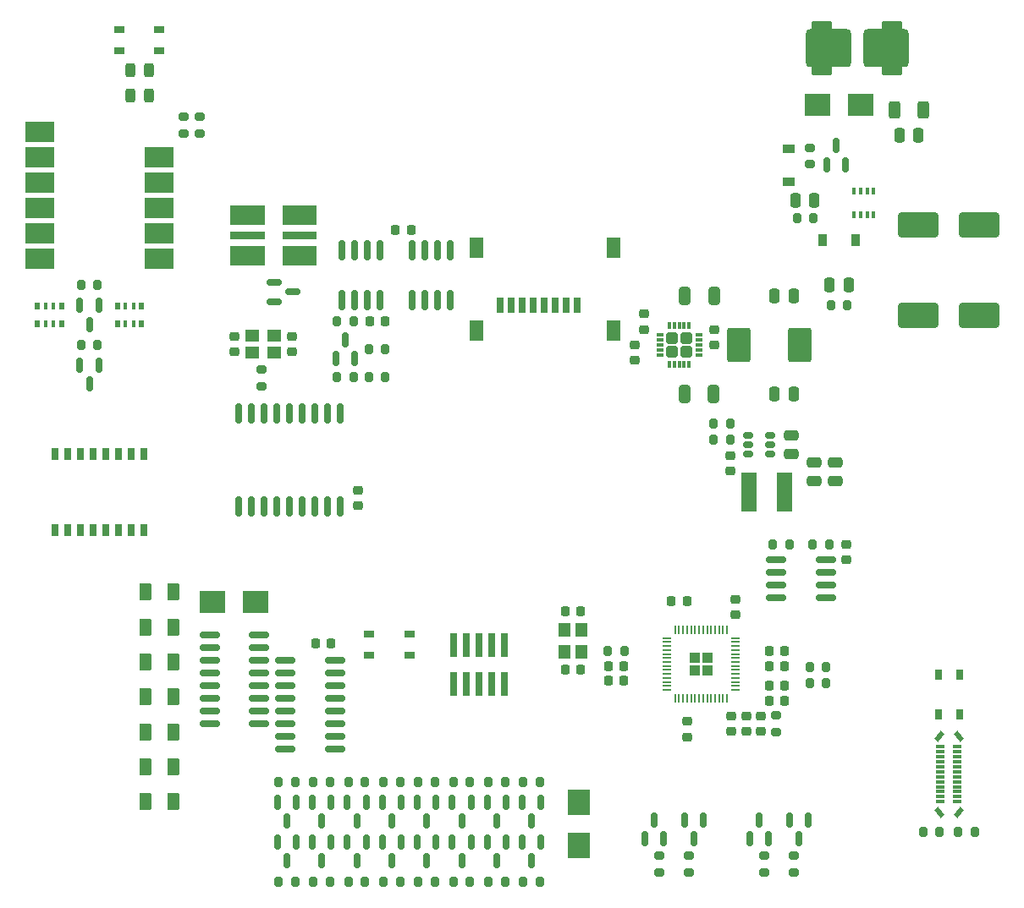
<source format=gbr>
%TF.GenerationSoftware,KiCad,Pcbnew,6.0.4-6f826c9f35~116~ubuntu20.04.1*%
%TF.CreationDate,2022-04-11T11:12:28+02:00*%
%TF.ProjectId,canbrd,63616e62-7264-42e6-9b69-6361645f7063,1.1*%
%TF.SameCoordinates,Original*%
%TF.FileFunction,Paste,Top*%
%TF.FilePolarity,Positive*%
%FSLAX46Y46*%
G04 Gerber Fmt 4.6, Leading zero omitted, Abs format (unit mm)*
G04 Created by KiCad (PCBNEW 6.0.4-6f826c9f35~116~ubuntu20.04.1) date 2022-04-11 11:12:28*
%MOMM*%
%LPD*%
G01*
G04 APERTURE LIST*
G04 Aperture macros list*
%AMRoundRect*
0 Rectangle with rounded corners*
0 $1 Rounding radius*
0 $2 $3 $4 $5 $6 $7 $8 $9 X,Y pos of 4 corners*
0 Add a 4 corners polygon primitive as box body*
4,1,4,$2,$3,$4,$5,$6,$7,$8,$9,$2,$3,0*
0 Add four circle primitives for the rounded corners*
1,1,$1+$1,$2,$3*
1,1,$1+$1,$4,$5*
1,1,$1+$1,$6,$7*
1,1,$1+$1,$8,$9*
0 Add four rect primitives between the rounded corners*
20,1,$1+$1,$2,$3,$4,$5,0*
20,1,$1+$1,$4,$5,$6,$7,0*
20,1,$1+$1,$6,$7,$8,$9,0*
20,1,$1+$1,$8,$9,$2,$3,0*%
%AMRotRect*
0 Rectangle, with rotation*
0 The origin of the aperture is its center*
0 $1 length*
0 $2 width*
0 $3 Rotation angle, in degrees counterclockwise*
0 Add horizontal line*
21,1,$1,$2,0,0,$3*%
G04 Aperture macros list end*
%ADD10C,0.010000*%
%ADD11R,0.800000X1.500000*%
%ADD12R,1.450000X2.000000*%
%ADD13RoundRect,0.200000X-0.275000X0.200000X-0.275000X-0.200000X0.275000X-0.200000X0.275000X0.200000X0*%
%ADD14RoundRect,0.150000X-0.150000X0.587500X-0.150000X-0.587500X0.150000X-0.587500X0.150000X0.587500X0*%
%ADD15RoundRect,0.200000X0.200000X0.275000X-0.200000X0.275000X-0.200000X-0.275000X0.200000X-0.275000X0*%
%ADD16RoundRect,0.250000X0.250000X0.475000X-0.250000X0.475000X-0.250000X-0.475000X0.250000X-0.475000X0*%
%ADD17RoundRect,0.225000X-0.225000X-0.250000X0.225000X-0.250000X0.225000X0.250000X-0.225000X0.250000X0*%
%ADD18RoundRect,0.250000X0.375000X0.625000X-0.375000X0.625000X-0.375000X-0.625000X0.375000X-0.625000X0*%
%ADD19RoundRect,0.225000X0.225000X0.250000X-0.225000X0.250000X-0.225000X-0.250000X0.225000X-0.250000X0*%
%ADD20RoundRect,0.225000X-0.250000X0.225000X-0.250000X-0.225000X0.250000X-0.225000X0.250000X0.225000X0*%
%ADD21RoundRect,0.235000X-0.940000X-1.465000X0.940000X-1.465000X0.940000X1.465000X-0.940000X1.465000X0*%
%ADD22R,1.200000X1.400000*%
%ADD23RoundRect,0.150000X0.150000X-0.587500X0.150000X0.587500X-0.150000X0.587500X-0.150000X-0.587500X0*%
%ADD24RoundRect,0.200000X-0.200000X-0.275000X0.200000X-0.275000X0.200000X0.275000X-0.200000X0.275000X0*%
%ADD25RoundRect,0.150000X0.150000X-0.825000X0.150000X0.825000X-0.150000X0.825000X-0.150000X-0.825000X0*%
%ADD26R,1.000000X0.700000*%
%ADD27RoundRect,0.150000X-0.825000X-0.150000X0.825000X-0.150000X0.825000X0.150000X-0.825000X0.150000X0*%
%ADD28RoundRect,0.250000X-0.325000X-0.650000X0.325000X-0.650000X0.325000X0.650000X-0.325000X0.650000X0*%
%ADD29RoundRect,0.250000X-0.475000X0.250000X-0.475000X-0.250000X0.475000X-0.250000X0.475000X0.250000X0*%
%ADD30RoundRect,0.225000X0.250000X-0.225000X0.250000X0.225000X-0.250000X0.225000X-0.250000X-0.225000X0*%
%ADD31R,0.500000X0.800000*%
%ADD32R,0.400000X0.800000*%
%ADD33RoundRect,0.250000X-1.750000X-1.000000X1.750000X-1.000000X1.750000X1.000000X-1.750000X1.000000X0*%
%ADD34R,1.400000X1.200000*%
%ADD35RoundRect,0.250000X-0.250000X-0.475000X0.250000X-0.475000X0.250000X0.475000X-0.250000X0.475000X0*%
%ADD36R,0.740000X2.400000*%
%ADD37RoundRect,0.175000X0.325000X0.175000X-0.325000X0.175000X-0.325000X-0.175000X0.325000X-0.175000X0*%
%ADD38R,1.500000X4.000000*%
%ADD39R,2.300000X2.500000*%
%ADD40RoundRect,0.250000X0.475000X-0.250000X0.475000X0.250000X-0.475000X0.250000X-0.475000X-0.250000X0*%
%ADD41RoundRect,0.250000X-0.312500X-0.625000X0.312500X-0.625000X0.312500X0.625000X-0.312500X0.625000X0*%
%ADD42RoundRect,0.150000X0.825000X0.150000X-0.825000X0.150000X-0.825000X-0.150000X0.825000X-0.150000X0*%
%ADD43R,3.000000X2.000000*%
%ADD44R,0.760000X1.270000*%
%ADD45RoundRect,0.150000X-0.587500X-0.150000X0.587500X-0.150000X0.587500X0.150000X-0.587500X0.150000X0*%
%ADD46R,0.900000X1.200000*%
%ADD47R,2.500000X2.300000*%
%ADD48R,0.890000X0.300000*%
%ADD49RotRect,1.030000X0.500000X51.000000*%
%ADD50RotRect,1.030000X0.500000X129.000000*%
%ADD51RoundRect,0.200000X0.275000X-0.200000X0.275000X0.200000X-0.275000X0.200000X-0.275000X-0.200000X0*%
%ADD52R,1.200000X0.900000*%
%ADD53RoundRect,0.250001X-0.799999X-2.474999X0.799999X-2.474999X0.799999X2.474999X-0.799999X2.474999X0*%
%ADD54RoundRect,0.381000X-1.869000X-1.524000X1.869000X-1.524000X1.869000X1.524000X-1.869000X1.524000X0*%
%ADD55R,0.400000X0.650000*%
%ADD56R,0.700000X1.000000*%
%ADD57RoundRect,0.250000X-0.335000X0.335000X-0.335000X-0.335000X0.335000X-0.335000X0.335000X0.335000X0*%
%ADD58R,0.300000X0.650000*%
%ADD59R,0.650000X0.300000*%
%ADD60RoundRect,0.243750X-0.243750X-0.456250X0.243750X-0.456250X0.243750X0.456250X-0.243750X0.456250X0*%
%ADD61RoundRect,0.150000X-0.150000X0.875000X-0.150000X-0.875000X0.150000X-0.875000X0.150000X0.875000X0*%
%ADD62RoundRect,0.250000X-0.292217X0.292217X-0.292217X-0.292217X0.292217X-0.292217X0.292217X0.292217X0*%
%ADD63RoundRect,0.050000X-0.050000X0.387500X-0.050000X-0.387500X0.050000X-0.387500X0.050000X0.387500X0*%
%ADD64RoundRect,0.050000X-0.387500X0.050000X-0.387500X-0.050000X0.387500X-0.050000X0.387500X0.050000X0*%
G04 APERTURE END LIST*
%TO.C,D1*%
G36*
X125477860Y-70873080D02*
G01*
X122125000Y-70873080D01*
X122125000Y-69075000D01*
X125477860Y-69075000D01*
X125477860Y-70873080D01*
G37*
D10*
X125477860Y-70873080D02*
X122125000Y-70873080D01*
X122125000Y-69075000D01*
X125477860Y-69075000D01*
X125477860Y-70873080D01*
G36*
X125475280Y-72375063D02*
G01*
X122125000Y-72375063D01*
X122125000Y-71625000D01*
X125475280Y-71625000D01*
X125475280Y-72375063D01*
G37*
X125475280Y-72375063D02*
X122125000Y-72375063D01*
X122125000Y-71625000D01*
X125475280Y-71625000D01*
X125475280Y-72375063D01*
G36*
X125477170Y-74928790D02*
G01*
X122125000Y-74928790D01*
X122125000Y-73125000D01*
X125477170Y-73125000D01*
X125477170Y-74928790D01*
G37*
X125477170Y-74928790D02*
X122125000Y-74928790D01*
X122125000Y-73125000D01*
X125477170Y-73125000D01*
X125477170Y-74928790D01*
%TO.C,D2*%
G36*
X130677860Y-70873080D02*
G01*
X127325000Y-70873080D01*
X127325000Y-69075000D01*
X130677860Y-69075000D01*
X130677860Y-70873080D01*
G37*
X130677860Y-70873080D02*
X127325000Y-70873080D01*
X127325000Y-69075000D01*
X130677860Y-69075000D01*
X130677860Y-70873080D01*
G36*
X130675280Y-72375063D02*
G01*
X127325000Y-72375063D01*
X127325000Y-71625000D01*
X130675280Y-71625000D01*
X130675280Y-72375063D01*
G37*
X130675280Y-72375063D02*
X127325000Y-72375063D01*
X127325000Y-71625000D01*
X130675280Y-71625000D01*
X130675280Y-72375063D01*
G36*
X130677170Y-74928790D02*
G01*
X127325000Y-74928790D01*
X127325000Y-73125000D01*
X130677170Y-73125000D01*
X130677170Y-74928790D01*
G37*
X130677170Y-74928790D02*
X127325000Y-74928790D01*
X127325000Y-73125000D01*
X130677170Y-73125000D01*
X130677170Y-74928790D01*
%TD*%
D11*
%TO.C,J2*%
X156800000Y-79000000D03*
X155700000Y-79000000D03*
X154600000Y-79000000D03*
X153500000Y-79000000D03*
X152400000Y-79000000D03*
X151300000Y-79000000D03*
X150200000Y-79000000D03*
X149100000Y-79000000D03*
D12*
X160475000Y-81600000D03*
X146725000Y-81600000D03*
X146725000Y-73300000D03*
X160475000Y-73300000D03*
%TD*%
D13*
%TO.C,R35*%
X178500000Y-134175000D03*
X178500000Y-135825000D03*
%TD*%
D14*
%TO.C,D13*%
X149700000Y-132812500D03*
X147800000Y-132812500D03*
X148750000Y-134687500D03*
%TD*%
D15*
%TO.C,R28*%
X149575000Y-126750000D03*
X147925000Y-126750000D03*
%TD*%
D16*
%TO.C,C31*%
X178458035Y-78100000D03*
X176558035Y-78100000D03*
%TD*%
D17*
%TO.C,C2*%
X176025000Y-113650000D03*
X177575000Y-113650000D03*
%TD*%
D18*
%TO.C,F7*%
X116400000Y-128750000D03*
X113600000Y-128750000D03*
%TD*%
D14*
%TO.C,Q9*%
X149700000Y-128812500D03*
X147800000Y-128812500D03*
X148750000Y-130687500D03*
%TD*%
D19*
%TO.C,C8*%
X161475000Y-115150000D03*
X159925000Y-115150000D03*
%TD*%
%TO.C,C9*%
X167775000Y-108700000D03*
X166225000Y-108700000D03*
%TD*%
D15*
%TO.C,R4*%
X178025000Y-102950000D03*
X176375000Y-102950000D03*
%TD*%
D20*
%TO.C,C6*%
X172200000Y-120175000D03*
X172200000Y-121725000D03*
%TD*%
D17*
%TO.C,C15*%
X155625000Y-115500000D03*
X157175000Y-115500000D03*
%TD*%
D19*
%TO.C,C3*%
X161475000Y-116650000D03*
X159925000Y-116650000D03*
%TD*%
D15*
%TO.C,R42*%
X196575000Y-131750000D03*
X194925000Y-131750000D03*
%TD*%
D21*
%TO.C,L1*%
X172983035Y-83000000D03*
X179033035Y-83000000D03*
%TD*%
D22*
%TO.C,Y1*%
X157250000Y-113700000D03*
X157250000Y-111500000D03*
X155550000Y-111500000D03*
X155550000Y-113700000D03*
%TD*%
D23*
%TO.C,D14*%
X174050000Y-132437500D03*
X175950000Y-132437500D03*
X175000000Y-130562500D03*
%TD*%
D24*
%TO.C,R19*%
X140925000Y-136750000D03*
X142575000Y-136750000D03*
%TD*%
%TO.C,R22*%
X130425000Y-136750000D03*
X132075000Y-136750000D03*
%TD*%
%TO.C,R14*%
X107175000Y-83000000D03*
X108825000Y-83000000D03*
%TD*%
%TO.C,R27*%
X133925000Y-136750000D03*
X135575000Y-136750000D03*
%TD*%
D20*
%TO.C,C29*%
X170508035Y-81450000D03*
X170508035Y-83000000D03*
%TD*%
D25*
%TO.C,U3*%
X133295000Y-78475000D03*
X134565000Y-78475000D03*
X135835000Y-78475000D03*
X137105000Y-78475000D03*
X137105000Y-73525000D03*
X135835000Y-73525000D03*
X134565000Y-73525000D03*
X133295000Y-73525000D03*
%TD*%
D24*
%TO.C,R3*%
X180075000Y-116900000D03*
X181725000Y-116900000D03*
%TD*%
D26*
%TO.C,SW2*%
X140000000Y-111925000D03*
X136000000Y-111925000D03*
X136000000Y-114075000D03*
X140000000Y-114075000D03*
%TD*%
D14*
%TO.C,D15*%
X139200000Y-132812500D03*
X137300000Y-132812500D03*
X138250000Y-134687500D03*
%TD*%
%TO.C,Q11*%
X153200000Y-128812500D03*
X151300000Y-128812500D03*
X152250000Y-130687500D03*
%TD*%
D24*
%TO.C,R2*%
X180075000Y-115300000D03*
X181725000Y-115300000D03*
%TD*%
D27*
%TO.C,U7*%
X127625000Y-114555000D03*
X127625000Y-115825000D03*
X127625000Y-117095000D03*
X127625000Y-118365000D03*
X127625000Y-119635000D03*
X127625000Y-120905000D03*
X127625000Y-122175000D03*
X127625000Y-123445000D03*
X132575000Y-123445000D03*
X132575000Y-122175000D03*
X132575000Y-120905000D03*
X132575000Y-119635000D03*
X132575000Y-118365000D03*
X132575000Y-117095000D03*
X132575000Y-115825000D03*
X132575000Y-114555000D03*
%TD*%
D28*
%TO.C,C27*%
X167533035Y-78100000D03*
X170483035Y-78100000D03*
%TD*%
D29*
%TO.C,C35*%
X178200000Y-92050001D03*
X178200000Y-93950001D03*
%TD*%
D24*
%TO.C,R6*%
X159875000Y-113650000D03*
X161525000Y-113650000D03*
%TD*%
D30*
%TO.C,C10*%
X172600000Y-110025000D03*
X172600000Y-108475000D03*
%TD*%
D18*
%TO.C,F2*%
X116400000Y-111250000D03*
X113600000Y-111250000D03*
%TD*%
D14*
%TO.C,D16*%
X153200000Y-132812500D03*
X151300000Y-132812500D03*
X152250000Y-134687500D03*
%TD*%
D13*
%TO.C,R20*%
X165000000Y-134175000D03*
X165000000Y-135825000D03*
%TD*%
D15*
%TO.C,R37*%
X183825000Y-79000000D03*
X182175000Y-79000000D03*
%TD*%
D31*
%TO.C,RN2*%
X110800000Y-80900000D03*
D32*
X111600000Y-80900000D03*
X112400000Y-80900000D03*
D31*
X113200000Y-80900000D03*
X113200000Y-79100000D03*
D32*
X112400000Y-79100000D03*
X111600000Y-79100000D03*
D31*
X110800000Y-79100000D03*
%TD*%
D15*
%TO.C,R33*%
X153075000Y-126750000D03*
X151425000Y-126750000D03*
%TD*%
D19*
%TO.C,C14*%
X157175000Y-109700000D03*
X155625000Y-109700000D03*
%TD*%
D14*
%TO.C,Q4*%
X128700000Y-128812500D03*
X126800000Y-128812500D03*
X127750000Y-130687500D03*
%TD*%
D24*
%TO.C,R7*%
X132775000Y-86200000D03*
X134425000Y-86200000D03*
%TD*%
D15*
%TO.C,R40*%
X172125000Y-90900000D03*
X170475000Y-90900000D03*
%TD*%
%TO.C,R23*%
X146075000Y-126750000D03*
X144425000Y-126750000D03*
%TD*%
D33*
%TO.C,C23*%
X190950000Y-71000000D03*
X197050000Y-71000000D03*
%TD*%
D14*
%TO.C,Q5*%
X142700000Y-128812500D03*
X140800000Y-128812500D03*
X141750000Y-130687500D03*
%TD*%
D24*
%TO.C,R41*%
X191425000Y-131750000D03*
X193075000Y-131750000D03*
%TD*%
%TO.C,R39*%
X170475000Y-92500000D03*
X172125000Y-92500000D03*
%TD*%
D33*
%TO.C,C24*%
X190950000Y-80000000D03*
X197050000Y-80000000D03*
%TD*%
D15*
%TO.C,R16*%
X128575000Y-126750000D03*
X126925000Y-126750000D03*
%TD*%
D24*
%TO.C,R17*%
X126925000Y-136750000D03*
X128575000Y-136750000D03*
%TD*%
D31*
%TO.C,RN1*%
X102800000Y-80900000D03*
D32*
X103600000Y-80900000D03*
X104400000Y-80900000D03*
D31*
X105200000Y-80900000D03*
X105200000Y-79100000D03*
D32*
X104400000Y-79100000D03*
X103600000Y-79100000D03*
D31*
X102800000Y-79100000D03*
%TD*%
D24*
%TO.C,R10*%
X135975000Y-86200000D03*
X137625000Y-86200000D03*
%TD*%
D18*
%TO.C,F5*%
X116400000Y-121750000D03*
X113600000Y-121750000D03*
%TD*%
D34*
%TO.C,Y2*%
X124300000Y-83750000D03*
X126500000Y-83750000D03*
X126500000Y-82050000D03*
X124300000Y-82050000D03*
%TD*%
D16*
%TO.C,C26*%
X180550000Y-68500000D03*
X178650000Y-68500000D03*
%TD*%
D25*
%TO.C,U5*%
X140295000Y-78475000D03*
X141565000Y-78475000D03*
X142835000Y-78475000D03*
X144105000Y-78475000D03*
X144105000Y-73525000D03*
X142835000Y-73525000D03*
X141565000Y-73525000D03*
X140295000Y-73525000D03*
%TD*%
D20*
%TO.C,C32*%
X162600000Y-83000000D03*
X162600000Y-84550000D03*
%TD*%
%TO.C,C17*%
X122500000Y-82125000D03*
X122500000Y-83675000D03*
%TD*%
D14*
%TO.C,D17*%
X179950000Y-130562500D03*
X178050000Y-130562500D03*
X179000000Y-132437500D03*
%TD*%
D30*
%TO.C,C16*%
X128300000Y-83675000D03*
X128300000Y-82125000D03*
%TD*%
D13*
%TO.C,R25*%
X168000000Y-134175000D03*
X168000000Y-135825000D03*
%TD*%
D20*
%TO.C,C34*%
X172100000Y-94075000D03*
X172100000Y-95625000D03*
%TD*%
D24*
%TO.C,R5*%
X180375000Y-102950000D03*
X182025000Y-102950000D03*
%TD*%
D35*
%TO.C,C22*%
X189050000Y-62000000D03*
X190950000Y-62000000D03*
%TD*%
D14*
%TO.C,Q2*%
X108950000Y-79062500D03*
X107050000Y-79062500D03*
X108000000Y-80937500D03*
%TD*%
D36*
%TO.C,J1*%
X149540000Y-113050000D03*
X149540000Y-116950000D03*
X148270000Y-113050000D03*
X148270000Y-116950000D03*
X147000000Y-113050000D03*
X147000000Y-116950000D03*
X145730000Y-113050000D03*
X145730000Y-116950000D03*
X144460000Y-113050000D03*
X144460000Y-116950000D03*
%TD*%
D14*
%TO.C,D9*%
X132200000Y-132812500D03*
X130300000Y-132812500D03*
X131250000Y-134687500D03*
%TD*%
D16*
%TO.C,C30*%
X178458035Y-87900000D03*
X176558035Y-87900000D03*
%TD*%
D19*
%TO.C,C21*%
X132175000Y-112900000D03*
X130625000Y-112900000D03*
%TD*%
D28*
%TO.C,C28*%
X167525000Y-87900000D03*
X170475000Y-87900000D03*
%TD*%
D37*
%TO.C,U10*%
X176100000Y-93950000D03*
X176100000Y-93000000D03*
X176100000Y-92050000D03*
X173900000Y-92050000D03*
X173900000Y-93000000D03*
X173900000Y-93950000D03*
%TD*%
D38*
%TO.C,L2*%
X173950000Y-97700000D03*
X177550000Y-97700000D03*
%TD*%
D39*
%TO.C,D18*%
X157000000Y-128850000D03*
X157000000Y-133150000D03*
%TD*%
D40*
%TO.C,C36*%
X180500000Y-96650000D03*
X180500000Y-94750000D03*
%TD*%
D14*
%TO.C,D6*%
X128700000Y-132812500D03*
X126800000Y-132812500D03*
X127750000Y-134687500D03*
%TD*%
D13*
%TO.C,R11*%
X125200000Y-85475000D03*
X125200000Y-87125000D03*
%TD*%
D20*
%TO.C,C12*%
X173700000Y-120175000D03*
X173700000Y-121725000D03*
%TD*%
D15*
%TO.C,R8*%
X134425000Y-80600000D03*
X132775000Y-80600000D03*
%TD*%
D30*
%TO.C,C13*%
X183700000Y-104550000D03*
X183700000Y-103000000D03*
%TD*%
D41*
%TO.C,RV1*%
X188537500Y-59500000D03*
X191462500Y-59500000D03*
%TD*%
D42*
%TO.C,U8*%
X124975000Y-120945000D03*
X124975000Y-119675000D03*
X124975000Y-118405000D03*
X124975000Y-117135000D03*
X124975000Y-115865000D03*
X124975000Y-114595000D03*
X124975000Y-113325000D03*
X124975000Y-112055000D03*
X120025000Y-112055000D03*
X120025000Y-113325000D03*
X120025000Y-114595000D03*
X120025000Y-115865000D03*
X120025000Y-117135000D03*
X120025000Y-118405000D03*
X120025000Y-119675000D03*
X120025000Y-120945000D03*
%TD*%
D30*
%TO.C,C18*%
X134850000Y-99125000D03*
X134850000Y-97575000D03*
%TD*%
D43*
%TO.C,U6*%
X103000000Y-61650000D03*
X103000000Y-64190000D03*
X103000000Y-66730000D03*
X103000000Y-69270000D03*
X103000000Y-71810000D03*
X103000000Y-74350000D03*
X115000000Y-74350000D03*
X115000000Y-71810000D03*
X115000000Y-69270000D03*
X115000000Y-66730000D03*
X115000000Y-64190000D03*
%TD*%
D19*
%TO.C,C20*%
X140175000Y-71500000D03*
X138625000Y-71500000D03*
%TD*%
D18*
%TO.C,F3*%
X116400000Y-114750000D03*
X113600000Y-114750000D03*
%TD*%
D20*
%TO.C,C7*%
X167800000Y-120718224D03*
X167800000Y-122268224D03*
%TD*%
D15*
%TO.C,R26*%
X135575000Y-126750000D03*
X133925000Y-126750000D03*
%TD*%
D44*
%TO.C,SW3*%
X104555000Y-101510000D03*
X105825000Y-101510000D03*
X107095000Y-101510000D03*
X108365000Y-101510000D03*
X109635000Y-101510000D03*
X110905000Y-101510000D03*
X112175000Y-101510000D03*
X113445000Y-101510000D03*
X113445000Y-93890000D03*
X112175000Y-93890000D03*
X110905000Y-93890000D03*
X109635000Y-93890000D03*
X108365000Y-93890000D03*
X107095000Y-93890000D03*
X105825000Y-93890000D03*
X104555000Y-93890000D03*
%TD*%
D23*
%TO.C,Q13*%
X181750000Y-64937500D03*
X183650000Y-64937500D03*
X182700000Y-63062500D03*
%TD*%
D14*
%TO.C,D12*%
X135700000Y-132812500D03*
X133800000Y-132812500D03*
X134750000Y-134687500D03*
%TD*%
D24*
%TO.C,R9*%
X135975000Y-83400000D03*
X137625000Y-83400000D03*
%TD*%
D45*
%TO.C,D3*%
X126462500Y-76750000D03*
X126462500Y-78650000D03*
X128337500Y-77700000D03*
%TD*%
D17*
%TO.C,C19*%
X136025000Y-80600000D03*
X137575000Y-80600000D03*
%TD*%
D46*
%TO.C,D20*%
X184650000Y-72500000D03*
X181350000Y-72500000D03*
%TD*%
D47*
%TO.C,D21*%
X180850000Y-59000000D03*
X185150000Y-59000000D03*
%TD*%
D14*
%TO.C,D10*%
X146200000Y-132812500D03*
X144300000Y-132812500D03*
X145250000Y-134687500D03*
%TD*%
D17*
%TO.C,C4*%
X176025000Y-118650000D03*
X177575000Y-118650000D03*
%TD*%
D48*
%TO.C,J10*%
X193150000Y-128750000D03*
X193150000Y-128250000D03*
X193150000Y-127750000D03*
X193150000Y-127250000D03*
X193150000Y-126750000D03*
X193150000Y-126250000D03*
X193150000Y-125750000D03*
X193150000Y-125250000D03*
X193150000Y-124750000D03*
X193150000Y-124250000D03*
X193150000Y-123750000D03*
X193150000Y-123250000D03*
X194850000Y-123250000D03*
X194850000Y-123750000D03*
X194850000Y-124250000D03*
X194850000Y-124750000D03*
X194850000Y-125250000D03*
X194850000Y-125750000D03*
X194850000Y-126250000D03*
X194850000Y-126750000D03*
X194850000Y-127250000D03*
X194850000Y-127750000D03*
X194850000Y-128250000D03*
X194850000Y-128750000D03*
D49*
X193000000Y-122200000D03*
D50*
X195000000Y-122200000D03*
D49*
X195000000Y-129800000D03*
D50*
X193000000Y-129800000D03*
%TD*%
D17*
%TO.C,C1*%
X176025000Y-117150000D03*
X177575000Y-117150000D03*
%TD*%
D13*
%TO.C,R30*%
X175500000Y-134175000D03*
X175500000Y-135825000D03*
%TD*%
D18*
%TO.C,F6*%
X116400000Y-125250000D03*
X113600000Y-125250000D03*
%TD*%
%TO.C,F4*%
X116400000Y-118250000D03*
X113600000Y-118250000D03*
%TD*%
D14*
%TO.C,Q6*%
X132200000Y-128812500D03*
X130300000Y-128812500D03*
X131250000Y-130687500D03*
%TD*%
%TO.C,Q3*%
X108950000Y-85062500D03*
X107050000Y-85062500D03*
X108000000Y-86937500D03*
%TD*%
D15*
%TO.C,R18*%
X142575000Y-126750000D03*
X140925000Y-126750000D03*
%TD*%
%TO.C,R38*%
X180425000Y-70300000D03*
X178775000Y-70300000D03*
%TD*%
D13*
%TO.C,R36*%
X180100000Y-63275000D03*
X180100000Y-64925000D03*
%TD*%
D40*
%TO.C,C37*%
X182600000Y-96650000D03*
X182600000Y-94750000D03*
%TD*%
D27*
%TO.C,U1*%
X176725000Y-104545000D03*
X176725000Y-105815000D03*
X176725000Y-107085000D03*
X176725000Y-108355000D03*
X181675000Y-108355000D03*
X181675000Y-107085000D03*
X181675000Y-105815000D03*
X181675000Y-104545000D03*
%TD*%
D24*
%TO.C,R32*%
X137425000Y-136750000D03*
X139075000Y-136750000D03*
%TD*%
%TO.C,R13*%
X107175000Y-77000000D03*
X108825000Y-77000000D03*
%TD*%
D51*
%TO.C,R15*%
X119000000Y-61825000D03*
X119000000Y-60175000D03*
%TD*%
D52*
%TO.C,D22*%
X178000000Y-63350000D03*
X178000000Y-66650000D03*
%TD*%
D53*
%TO.C,F8*%
X181300000Y-53300000D03*
D54*
X181915000Y-53300000D03*
D53*
X188300000Y-53300000D03*
D54*
X187685000Y-53300000D03*
%TD*%
D14*
%TO.C,Q7*%
X146200000Y-128812500D03*
X144300000Y-128812500D03*
X145250000Y-130687500D03*
%TD*%
D23*
%TO.C,D8*%
X163550000Y-132437500D03*
X165450000Y-132437500D03*
X164500000Y-130562500D03*
%TD*%
D24*
%TO.C,R29*%
X147925000Y-136750000D03*
X149575000Y-136750000D03*
%TD*%
D15*
%TO.C,R31*%
X139075000Y-126750000D03*
X137425000Y-126750000D03*
%TD*%
D26*
%TO.C,SW4*%
X111000000Y-53575000D03*
X115000000Y-53575000D03*
X111000000Y-51425000D03*
X115000000Y-51425000D03*
%TD*%
D55*
%TO.C,Q12*%
X184525000Y-70000000D03*
X185175000Y-70000000D03*
X185825000Y-70000000D03*
X186475000Y-70000000D03*
X184525000Y-67600000D03*
X185175000Y-67600000D03*
X185825000Y-67600000D03*
X186475000Y-67600000D03*
%TD*%
D47*
%TO.C,D19*%
X120350000Y-108750000D03*
X124650000Y-108750000D03*
%TD*%
D20*
%TO.C,C11*%
X175200000Y-120175000D03*
X175200000Y-121725000D03*
%TD*%
D14*
%TO.C,Q10*%
X139200000Y-128812500D03*
X137300000Y-128812500D03*
X138250000Y-130687500D03*
%TD*%
D17*
%TO.C,C5*%
X176025000Y-115150000D03*
X177575000Y-115150000D03*
%TD*%
D18*
%TO.C,F1*%
X116400000Y-107750000D03*
X113600000Y-107750000D03*
%TD*%
D16*
%TO.C,C25*%
X183950000Y-77000000D03*
X182050000Y-77000000D03*
%TD*%
D24*
%TO.C,R34*%
X151425000Y-136750000D03*
X153075000Y-136750000D03*
%TD*%
%TO.C,R24*%
X144425000Y-136750000D03*
X146075000Y-136750000D03*
%TD*%
D56*
%TO.C,SW1*%
X192925000Y-116000000D03*
X192925000Y-120000000D03*
X195075000Y-116000000D03*
X195075000Y-120000000D03*
%TD*%
D51*
%TO.C,R12*%
X117400000Y-61825000D03*
X117400000Y-60175000D03*
%TD*%
D30*
%TO.C,C33*%
X163508035Y-81450000D03*
X163508035Y-79900000D03*
%TD*%
D57*
%TO.C,U9*%
X166309307Y-82300000D03*
X167709307Y-83700000D03*
X166309307Y-83700000D03*
X167709307Y-82300000D03*
D58*
X168009307Y-81050000D03*
X167509307Y-81050000D03*
X167009307Y-81050000D03*
X166509307Y-81050000D03*
X166009307Y-81050000D03*
D59*
X165059307Y-82000000D03*
X165059307Y-82500000D03*
X165059307Y-83000000D03*
X165059307Y-83500000D03*
X165059307Y-84000000D03*
D58*
X166009307Y-84950000D03*
X166509307Y-84950000D03*
X167009307Y-84950000D03*
X167509307Y-84950000D03*
X168009307Y-84950000D03*
D59*
X168959307Y-84000000D03*
X168959307Y-83500000D03*
X168959307Y-83000000D03*
X168959307Y-82500000D03*
X168959307Y-82000000D03*
%TD*%
D14*
%TO.C,Q8*%
X135700000Y-128812500D03*
X133800000Y-128812500D03*
X134750000Y-130687500D03*
%TD*%
%TO.C,D11*%
X169450000Y-130562500D03*
X167550000Y-130562500D03*
X168500000Y-132437500D03*
%TD*%
%TO.C,D7*%
X142700000Y-132812500D03*
X140800000Y-132812500D03*
X141750000Y-134687500D03*
%TD*%
D13*
%TO.C,R1*%
X176700000Y-120125000D03*
X176700000Y-121775000D03*
%TD*%
D60*
%TO.C,D5*%
X112062500Y-55500000D03*
X113937500Y-55500000D03*
%TD*%
D61*
%TO.C,U4*%
X133080000Y-89850000D03*
X131810000Y-89850000D03*
X130540000Y-89850000D03*
X129270000Y-89850000D03*
X128000000Y-89850000D03*
X126730000Y-89850000D03*
X125460000Y-89850000D03*
X124190000Y-89850000D03*
X122920000Y-89850000D03*
X122920000Y-99150000D03*
X124190000Y-99150000D03*
X125460000Y-99150000D03*
X126730000Y-99150000D03*
X128000000Y-99150000D03*
X129270000Y-99150000D03*
X130540000Y-99150000D03*
X131810000Y-99150000D03*
X133080000Y-99150000D03*
%TD*%
D60*
%TO.C,D4*%
X112062500Y-58000000D03*
X113937500Y-58000000D03*
%TD*%
D15*
%TO.C,R21*%
X132075000Y-126750000D03*
X130425000Y-126750000D03*
%TD*%
D23*
%TO.C,Q1*%
X132650000Y-84337500D03*
X134550000Y-84337500D03*
X133600000Y-82462500D03*
%TD*%
D62*
%TO.C,U2*%
X168562500Y-115587500D03*
X169837500Y-115587500D03*
X168562500Y-114312500D03*
X169837500Y-114312500D03*
D63*
X171800000Y-111512500D03*
X171400000Y-111512500D03*
X171000000Y-111512500D03*
X170600000Y-111512500D03*
X170200000Y-111512500D03*
X169800000Y-111512500D03*
X169400000Y-111512500D03*
X169000000Y-111512500D03*
X168600000Y-111512500D03*
X168200000Y-111512500D03*
X167800000Y-111512500D03*
X167400000Y-111512500D03*
X167000000Y-111512500D03*
X166600000Y-111512500D03*
D64*
X165762500Y-112350000D03*
X165762500Y-112750000D03*
X165762500Y-113150000D03*
X165762500Y-113550000D03*
X165762500Y-113950000D03*
X165762500Y-114350000D03*
X165762500Y-114750000D03*
X165762500Y-115150000D03*
X165762500Y-115550000D03*
X165762500Y-115950000D03*
X165762500Y-116350000D03*
X165762500Y-116750000D03*
X165762500Y-117150000D03*
X165762500Y-117550000D03*
D63*
X166600000Y-118387500D03*
X167000000Y-118387500D03*
X167400000Y-118387500D03*
X167800000Y-118387500D03*
X168200000Y-118387500D03*
X168600000Y-118387500D03*
X169000000Y-118387500D03*
X169400000Y-118387500D03*
X169800000Y-118387500D03*
X170200000Y-118387500D03*
X170600000Y-118387500D03*
X171000000Y-118387500D03*
X171400000Y-118387500D03*
X171800000Y-118387500D03*
D64*
X172637500Y-117550000D03*
X172637500Y-117150000D03*
X172637500Y-116750000D03*
X172637500Y-116350000D03*
X172637500Y-115950000D03*
X172637500Y-115550000D03*
X172637500Y-115150000D03*
X172637500Y-114750000D03*
X172637500Y-114350000D03*
X172637500Y-113950000D03*
X172637500Y-113550000D03*
X172637500Y-113150000D03*
X172637500Y-112750000D03*
X172637500Y-112350000D03*
%TD*%
M02*

</source>
